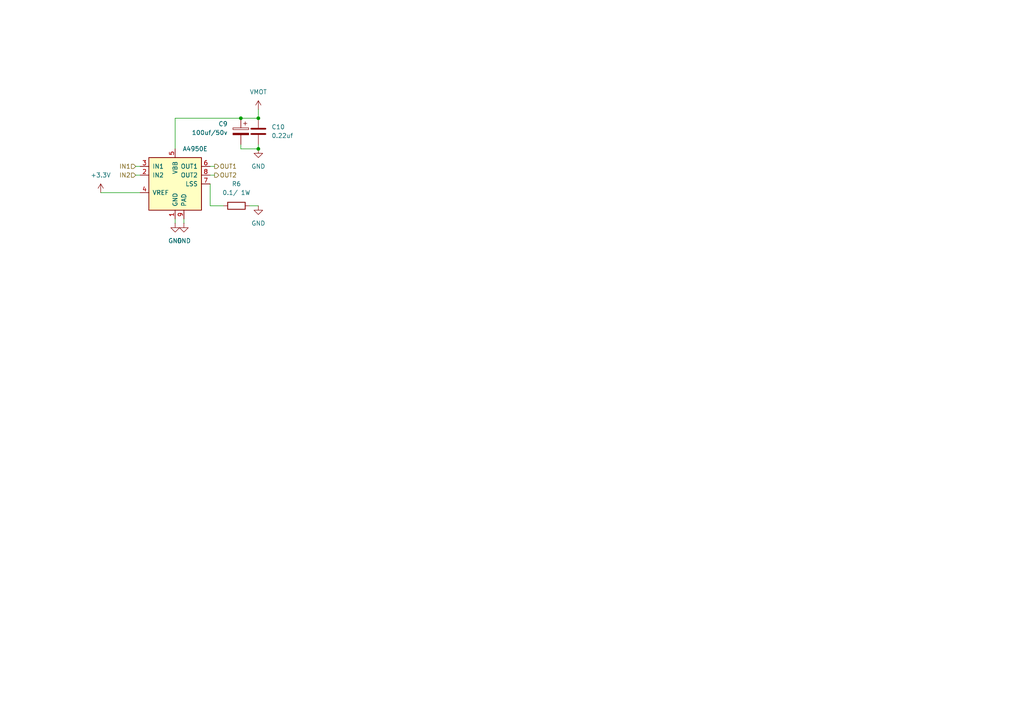
<source format=kicad_sch>
(kicad_sch (version 20250114) (generator "eeschema") (generator_version "9.0")
  (paper "A4")
  (lib_symbols
    (symbol "Device:C" (pin_numbers (hide yes)) (pin_names (offset 0.254))
      (property "Reference" "C" (at 0.635 2.54 0))
      (property "Value" "C" (at 0.635 -2.54 0))
      (symbol "C_0_1"
        (polyline (pts (xy -2.032 0.762) (xy 2.032 0.762)) (stroke (width 0.508)))
        (polyline (pts (xy -2.032 -0.762) (xy 2.032 -0.762)) (stroke (width 0.508)))
      )
      (symbol "C_1_1"
        (pin passive line (at 0 3.81 270) (length 2.794) (name "~") (number "1"))
        (pin passive line (at 0 -3.81 90) (length 2.794) (name "~") (number "2"))
      )
    )
    (symbol "Device:C_Polarized" (pin_numbers (hide yes)) (pin_names (offset 0.254))
      (property "Reference" "C" (at 0.635 2.54 0))
      (property "Value" "C_Polarized" (at 0.635 -2.54 0))
      (symbol "C_Polarized_0_1"
        (rectangle (start -2.286 0.508) (end 2.286 1.016))
        (polyline (pts (xy -1.778 2.286) (xy -0.762 2.286)))
        (polyline (pts (xy -1.27 2.794) (xy -1.27 1.778)))
        (rectangle (start 2.286 -0.508) (end -2.286 -1.016) (fill (type outline)))
      )
      (symbol "C_Polarized_1_1"
        (pin passive line (at 0 3.81 270) (length 2.794) (name "~") (number "1"))
        (pin passive line (at 0 -3.81 90) (length 2.794) (name "~") (number "2"))
      )
    )
    (symbol "Device:R" (pin_numbers (hide yes)) (pin_names (offset 0))
      (property "Reference" "R" (at 2.032 0 90))
      (property "Value" "R" (at 0 0 90))
      (symbol "R_0_1"
        (rectangle (start -1.016 -2.54) (end 1.016 2.54) (stroke (width 0.254)))
      )
      (symbol "R_1_1"
        (pin passive line (at 0 3.81 270) (length 1.27) (name "~") (number "1"))
        (pin passive line (at 0 -3.81 90) (length 1.27) (name "~") (number "2"))
      )
    )
    (symbol "Driver_Motor:A4950E" (pin_names (offset 1.016))
      (property "Reference" "U" (at -7.62 8.89 0))
      (property "Value" "A4950E" (at 5.08 8.89 0))
      (symbol "A4950E_0_1"
        (rectangle (start -7.62 7.62) (end 7.62 -7.62) (stroke (width 0.254)) (fill (type background)))
      )
      (symbol "A4950E_1_1"
        (pin input line (at -10.16 5.08 0) (length 2.54) (name "IN1") (number "3"))
        (pin input line (at -10.16 2.54 0) (length 2.54) (name "IN2") (number "2"))
        (pin passive line (at -10.16 -2.54 0) (length 2.54) (name "VREF") (number "4"))
        (pin power_in line (at 0 10.16 270) (length 2.54) (name "VBB") (number "5"))
        (pin power_in line (at 0 -10.16 90) (length 2.54) (name "GND") (number "1"))
        (pin power_in line (at 2.54 -10.16 90) (length 2.54) (name "PAD") (number "9"))
        (pin power_out line (at 10.16 5.08 180) (length 2.54) (name "OUT1") (number "6"))
        (pin power_out line (at 10.16 2.54 180) (length 2.54) (name "OUT2") (number "8"))
        (pin power_in line (at 10.16 0 180) (length 2.54) (name "LSS") (number "7"))
      )
    )
    (symbol "power:+3.3V" (power) (pin_numbers (hide yes)) (pin_names (offset 0) (hide yes))
      (property "Value" "+3.3V" (at 0 3.556 0))
      (symbol "+3.3V_0_1"
        (polyline (pts (xy -0.762 1.27) (xy 0 2.54)))
        (polyline (pts (xy 0 2.54) (xy 0.762 1.27)))
        (polyline (pts (xy 0 0) (xy 0 2.54)))
      )
      (symbol "+3.3V_1_1"
        (pin power_in line (at 0 0 90) (length 0) (name "~") (number "1"))
      )
    )
    (symbol "power:GND" (power) (pin_numbers (hide yes)) (pin_names (offset 0) (hide yes))
      (property "Value" "GND" (at 0 -3.81 0))
      (symbol "GND_0_1"
        (polyline (pts (xy 0 0) (xy 0 -1.27) (xy 1.27 -1.27) (xy 0 -2.54) (xy -1.27 -1.27) (xy 0 -1.27)))
      )
      (symbol "GND_1_1"
        (pin power_in line (at 0 0 270) (length 0) (name "~") (number "1"))
      )
    )
    (symbol "power:VCC" (power) (pin_numbers (hide yes)) (pin_names (offset 0) (hide yes))
      (property "Value" "VCC" (at 0 3.556 0))
      (symbol "VCC_0_1"
        (polyline (pts (xy -0.762 1.27) (xy 0 2.54)))
        (polyline (pts (xy 0 2.54) (xy 0.762 1.27)))
        (polyline (pts (xy 0 0) (xy 0 2.54)))
      )
      (symbol "VCC_1_1"
        (pin power_in line (at 0 0 90) (length 0) (name "~") (number "1"))
      )
    )
  )
  (junction (at 74.93 34.29))
  (junction (at 69.85 34.29))
  (junction (at 74.93 43.18))
  (wire (pts (xy 62.23 48.26) (xy 60.96 48.26)))
  (wire (pts (xy 69.85 41.91) (xy 69.85 43.18)))
  (wire (pts (xy 64.77 59.69) (xy 60.96 59.69)))
  (wire (pts (xy 74.93 43.18) (xy 74.93 41.91)))
  (wire (pts (xy 60.96 59.69) (xy 60.96 53.34)))
  (wire (pts (xy 53.34 64.77) (xy 53.34 63.5)))
  (wire (pts (xy 29.21 55.88) (xy 40.64 55.88)))
  (wire (pts (xy 50.8 34.29) (xy 50.8 43.18)))
  (wire (pts (xy 39.37 48.26) (xy 40.64 48.26)))
  (wire (pts (xy 50.8 34.29) (xy 69.85 34.29)))
  (wire (pts (xy 62.23 50.8) (xy 60.96 50.8)))
  (wire (pts (xy 74.93 59.69) (xy 72.39 59.69)))
  (wire (pts (xy 69.85 34.29) (xy 74.93 34.29)))
  (wire (pts (xy 39.37 50.8) (xy 40.64 50.8)))
  (wire (pts (xy 69.85 43.18) (xy 74.93 43.18)))
  (wire (pts (xy 74.93 31.75) (xy 74.93 34.29)))
  (wire (pts (xy 50.8 64.77) (xy 50.8 63.5)))
  (hierarchical_label "IN1" (shape input) (at 39.37 48.26 180))
  (hierarchical_label "OUT1" (shape output) (at 62.23 48.26 0))
  (hierarchical_label "IN2" (shape input) (at 39.37 50.8 180))
  (hierarchical_label "OUT2" (shape output) (at 62.23 50.8 0))
  (symbol (lib_id "Device:C_Polarized") (at 69.85 38.1 0) (mirror y) (unit 1)
    (property "Reference" "C7" (at 66.04 35.9409 0) (effects (justify left)))
    (property "Value" "100uf/50v" (at 66.04 38.4809 0) (effects (justify left)))
    (property "Footprint" "Capacitor_THT:CP_Radial_D8.0mm_P3.50mm" (effects (hide yes)))
    (property "Description" "Polarized capacitor" (effects (hide yes)))
    (instances (project "V2_robot_controller" (path "" (reference "C9") (unit 1)) (path "" (reference "C7") (unit 1))))
  )
  (symbol (lib_id "power:+3.3V") (at 29.21 55.88 0) (unit 1)
    (property "Reference" "#PWR042" (effects (hide yes)))
    (property "Value" "+3.3V" (at 29.21 50.8 0))
    (property "Description" "Power symbol creates a global label with name \"+3.3V\"" (effects (hide yes)))
    (instances (project "V2_robot_controller" (path "" (reference "#PWR047") (unit 1)) (path "" (reference "#PWR042") (unit 1))))
  )
  (symbol (lib_id "Device:C") (at 74.93 38.1 0) (unit 1)
    (property "Reference" "C8" (at 78.74 36.8299 0) (effects (justify left)))
    (property "Value" "0.22uf" (at 78.74 39.3699 0) (effects (justify left)))
    (property "Footprint" "Capacitor_SMD:C_0805_2012Metric_Pad1.18x1.45mm_HandSolder" (effects (hide yes)))
    (property "Description" "Unpolarized capacitor" (effects (hide yes)))
    (instances (project "V2_robot_controller" (path "" (reference "C10") (unit 1)) (path "" (reference "C8") (unit 1))))
  )
  (symbol (lib_id "power:GND") (at 74.93 59.69 0) (unit 1)
    (property "Reference" "#PWR046" (effects (hide yes)))
    (property "Value" "GND" (at 74.93 64.77 0))
    (property "Description" "Power symbol creates a global label with name \"GND\" , ground" (effects (hide yes)))
    (instances (project "V2_robot_controller" (path "" (reference "#PWR051") (unit 1)) (path "" (reference "#PWR046") (unit 1))))
  )
  (symbol (lib_id "power:GND") (at 50.8 64.77 0) (unit 1)
    (property "Reference" "#PWR043" (effects (hide yes)))
    (property "Value" "GND" (at 50.8 69.85 0))
    (property "Description" "Power symbol creates a global label with name \"GND\" , ground" (effects (hide yes)))
    (instances (project "V2_robot_controller" (path "" (reference "#PWR048") (unit 1)) (path "" (reference "#PWR043") (unit 1))))
  )
  (symbol (lib_id "power:VCC") (at 74.93 31.75 0) (unit 1)
    (property "Reference" "#PWR08" (effects (hide yes)))
    (property "Value" "VMOT" (at 74.93 26.67 0))
    (property "Description" "Power symbol creates a global label with name \"VCC\"" (effects (hide yes)))
    (instances (project "V2_robot_controller" (path "" (reference "#PWR09") (unit 1)) (path "" (reference "#PWR08") (unit 1))))
  )
  (symbol (lib_id "Device:R") (at 68.58 59.69 90) (unit 1)
    (property "Reference" "R5" (at 68.58 53.34 90))
    (property "Value" "0.1/ 1W" (at 68.58 55.88 90))
    (property "Footprint" "Resistor_THT:R_Axial_DIN0204_L3.6mm_D1.6mm_P7.62mm_Horizontal" (effects (hide yes)))
    (property "Description" "Resistor" (effects (hide yes)))
    (instances (project "V2_robot_controller" (path "" (reference "R6") (unit 1)) (path "" (reference "R5") (unit 1))))
  )
  (symbol (lib_id "power:GND") (at 74.93 43.18 0) (unit 1)
    (property "Reference" "#PWR045" (effects (hide yes)))
    (property "Value" "GND" (at 74.93 48.26 0))
    (property "Description" "Power symbol creates a global label with name \"GND\" , ground" (effects (hide yes)))
    (instances (project "V2_robot_controller" (path "" (reference "#PWR050") (unit 1)) (path "" (reference "#PWR045") (unit 1))))
  )
  (symbol (lib_id "Driver_Motor:A4950E") (at 50.8 53.34 0) (unit 1)
    (property "Reference" "U7" (effects (hide yes)))
    (property "Value" "A4950E" (at 52.9433 43.18 0) (effects (justify left)))
    (property "Footprint" "Package_SO:SOIC-8-1EP_3.9x4.9mm_P1.27mm_EP2.41x3.3mm" (effects (hide yes)))
    (property "Datasheet" "http://www.allegromicro.com/~/media/Files/Datasheets/A4950-Datasheet.ashx" (effects (hide yes)))
    (property "Description" "Full-Bridge, DMOS PWM, Motor Driver, 40V, 3.5A, -40 to +85C" (effects (hide yes)))
    (instances (project "V2_robot_controller" (path "" (reference "U8") (unit 1)) (path "" (reference "U7") (unit 1))))
  )
  (symbol (lib_id "power:GND") (at 53.34 64.77 0) (unit 1)
    (property "Reference" "#PWR044" (effects (hide yes)))
    (property "Value" "GND" (at 53.34 69.85 0))
    (property "Description" "Power symbol creates a global label with name \"GND\" , ground" (effects (hide yes)))
    (instances (project "V2_robot_controller" (path "" (reference "#PWR049") (unit 1)) (path "" (reference "#PWR044") (unit 1))))
  )
)
</source>
